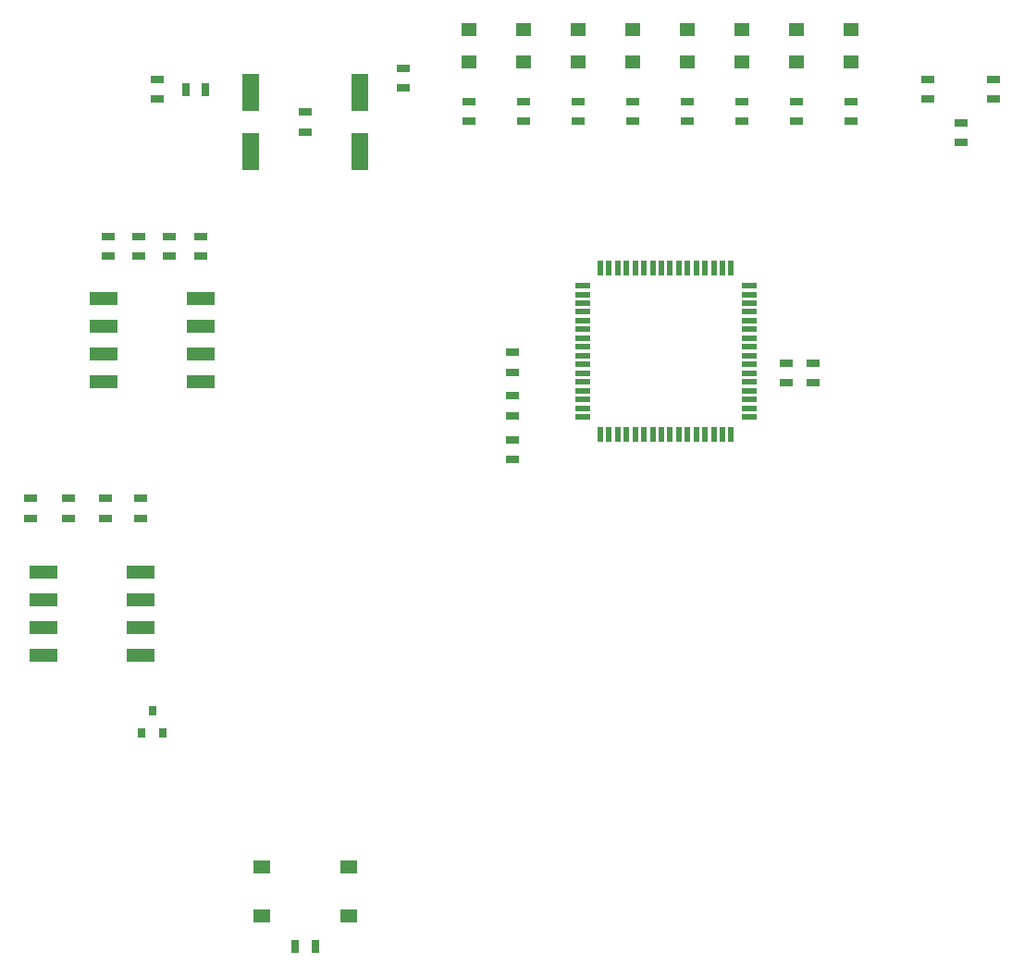
<source format=gtp>
G75*
G70*
%OFA0B0*%
%FSLAX24Y24*%
%IPPOS*%
%LPD*%
%AMOC8*
5,1,8,0,0,1.08239X$1,22.5*
%
%ADD10R,0.0472X0.0315*%
%ADD11R,0.1000X0.0500*%
%ADD12R,0.0551X0.0472*%
%ADD13R,0.0200X0.0580*%
%ADD14R,0.0580X0.0200*%
%ADD15R,0.0315X0.0472*%
%ADD16R,0.0315X0.0354*%
%ADD17R,0.0610X0.0512*%
%ADD18R,0.0630X0.1378*%
D10*
X004865Y026945D03*
X004865Y027654D03*
X006204Y027654D03*
X006204Y026945D03*
X007542Y026945D03*
X007542Y027654D03*
X008802Y027654D03*
X008802Y026945D03*
X008763Y036394D03*
X008763Y037102D03*
X009865Y037102D03*
X009865Y036394D03*
X010967Y036394D03*
X010967Y037102D03*
X007660Y037102D03*
X007660Y036394D03*
X009432Y042063D03*
X009432Y042772D03*
X014747Y041591D03*
X014747Y040882D03*
X018290Y042457D03*
X018290Y043165D03*
X020652Y041984D03*
X020652Y041276D03*
X022621Y041276D03*
X022621Y041984D03*
X024589Y041984D03*
X024589Y041276D03*
X026558Y041276D03*
X026558Y041984D03*
X028526Y041984D03*
X028526Y041276D03*
X030495Y041276D03*
X030495Y041984D03*
X032463Y041984D03*
X032463Y041276D03*
X034432Y041276D03*
X034432Y041984D03*
X037188Y042063D03*
X037188Y042772D03*
X038369Y041197D03*
X038369Y040488D03*
X039550Y042063D03*
X039550Y042772D03*
X033054Y032535D03*
X033054Y031827D03*
X032070Y031827D03*
X032070Y032535D03*
X022227Y032220D03*
X022227Y032929D03*
X022227Y031354D03*
X022227Y030646D03*
X022227Y029780D03*
X022227Y029071D03*
D11*
X010985Y031862D03*
X010985Y032862D03*
X010985Y033862D03*
X010985Y034862D03*
X007485Y034862D03*
X007485Y033862D03*
X007485Y032862D03*
X007485Y031862D03*
X008820Y025020D03*
X008820Y024020D03*
X008820Y023020D03*
X008820Y022020D03*
X005320Y022020D03*
X005320Y023020D03*
X005320Y024020D03*
X005320Y025020D03*
D12*
X020652Y043402D03*
X020652Y044583D03*
X022621Y044583D03*
X022621Y043402D03*
X024589Y043402D03*
X024589Y044583D03*
X026558Y044583D03*
X026558Y043402D03*
X028526Y043402D03*
X028526Y044583D03*
X030495Y044583D03*
X030495Y043402D03*
X032463Y043402D03*
X032463Y044583D03*
X034432Y044583D03*
X034432Y043402D03*
D13*
X030099Y035969D03*
X029789Y035969D03*
X029469Y035969D03*
X029159Y035969D03*
X028839Y035969D03*
X028529Y035969D03*
X028209Y035969D03*
X027899Y035969D03*
X027579Y035969D03*
X027269Y035969D03*
X026949Y035969D03*
X026639Y035969D03*
X026319Y035969D03*
X026009Y035969D03*
X025689Y035969D03*
X025379Y035969D03*
X025379Y029969D03*
X025689Y029969D03*
X026009Y029969D03*
X026319Y029969D03*
X026639Y029969D03*
X026949Y029969D03*
X027269Y029969D03*
X027579Y029969D03*
X027899Y029969D03*
X028209Y029969D03*
X028529Y029969D03*
X028839Y029969D03*
X029159Y029969D03*
X029469Y029969D03*
X029789Y029969D03*
X030099Y029969D03*
D14*
X030739Y030609D03*
X030739Y030919D03*
X030739Y031239D03*
X030739Y031549D03*
X030739Y031869D03*
X030739Y032179D03*
X030739Y032499D03*
X030739Y032809D03*
X030739Y033129D03*
X030739Y033439D03*
X030739Y033759D03*
X030739Y034069D03*
X030739Y034389D03*
X030739Y034699D03*
X030739Y035019D03*
X030739Y035329D03*
X024739Y035329D03*
X024739Y035019D03*
X024739Y034699D03*
X024739Y034389D03*
X024739Y034069D03*
X024739Y033759D03*
X024739Y033439D03*
X024739Y033129D03*
X024739Y032809D03*
X024739Y032499D03*
X024739Y032179D03*
X024739Y031869D03*
X024739Y031549D03*
X024739Y031239D03*
X024739Y030919D03*
X024739Y030609D03*
D15*
X014393Y011512D03*
X015101Y011512D03*
X011164Y042417D03*
X010456Y042417D03*
D16*
X009235Y020016D03*
X008861Y019189D03*
X009609Y019189D03*
D17*
X013182Y014366D03*
X013182Y012594D03*
X016312Y012594D03*
X016312Y014366D03*
D18*
X016715Y040173D03*
X016715Y042299D03*
X012778Y042299D03*
X012778Y040173D03*
M02*

</source>
